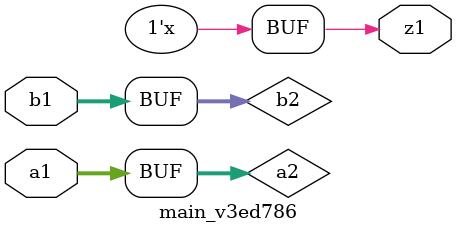
<source format=v>

`default_nettype none

module main #(
 parameter v5ef9b3 = -1,
 parameter ve03011 = 1
) (
 output v01b306,
 output vb781d5,
 output [0:5] vinit
);
 localparam p3 = v5ef9b3;
 localparam p5 = ve03011;
 wire w0;
 wire w1;
 wire [0:31] w2;
 wire [0:31] w4;
 wire [0:31] w6;
 wire [0:31] w7;
 assign v01b306 = w0;
 assign vb781d5 = w1;
 assign w6 = w4;
 assign w7 = w2;
 vc89775 #(
  .vb061d7(p3)
 ) vc1d971 (
  .vaa2e3c(w2)
 );
 main_v3f05f0 v3f05f0 (
  .z(w0),
  .a(w2),
  .b(w6)
 );
 main_v3ed786 v3ed786 (
  .z1(w1),
  .b1(w4),
  .a1(w7)
 );
 vc89775 #(
  .vb061d7(p5)
 ) vf02eac (
  .vaa2e3c(w4)
 );
 assign vinit = 6'b000000;
endmodule

/*-------------------------------------------------*/
/*--   */
/*-- - - - - - - - - - - - - - - - - - - - - - - --*/
/*-- 
/*-------------------------------------------------*/
//---- Top entity
module vc89775 #(
 parameter vb061d7 = 0
) (
 output [31:0] vaa2e3c
);
 localparam p0 = vb061d7;
 wire [0:31] w1;
 assign vaa2e3c = w1;
 vc89775_v49c8a7 #(
  .n(p0)
 ) v49c8a7 (
  .num(w1)
 );
endmodule

/*-------------------------------------------------*/
/*-- 32 bits constant  */
/*-- - - - - - - - - - - - - - - - - - - - - - - --*/
/*-- 32 bits constant
/*-------------------------------------------------*/

module vc89775_v49c8a7 #(
 parameter n = 0
) (
 output [31:0] num
);
 
 assign num=n;
endmodule

module main_v3f05f0 (
 input [31:0] a,
 input [31:0] b,
 output z
);
 
 
 assign z=a>b;
 
endmodule

module main_v3ed786 (
 input [31:0] a1,
 input [31:0] b1,
 output z1
);
 
 integer a2,b2;
 reg z1;
 
 always @(a1,b1)
 begin
   a2<=a1;
   b2<=b1;
   z1 <= a2>b2;
 end
 
 
 
endmodule

</source>
